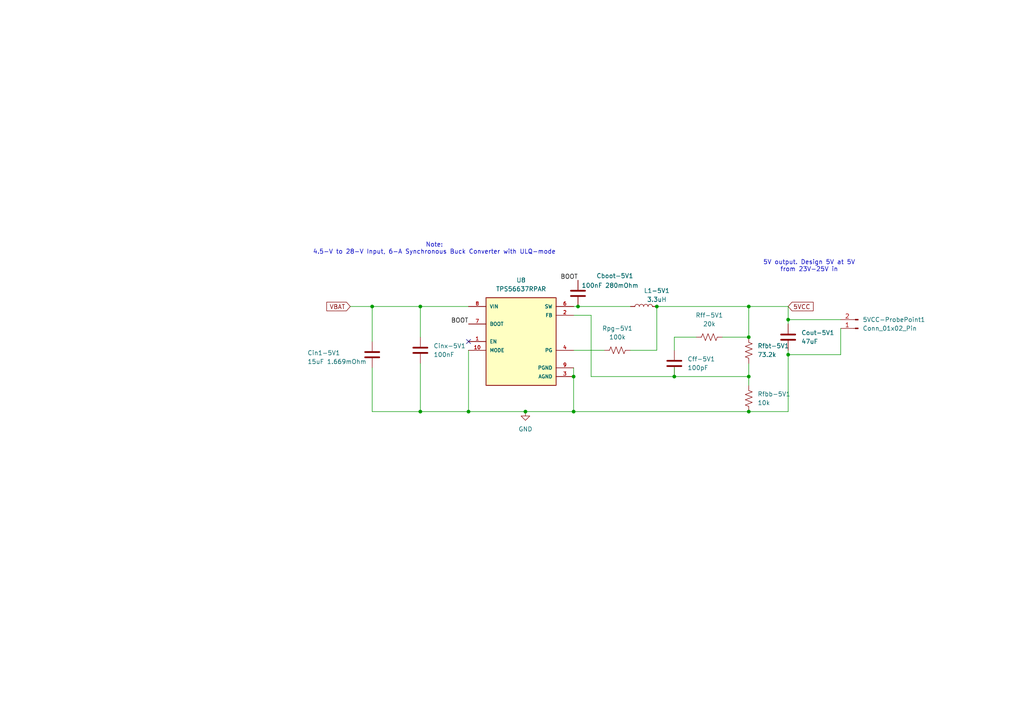
<source format=kicad_sch>
(kicad_sch (version 20250114) (generator "eeschema") (generator_version "9.0")
  (paper "A4")
  (lib_symbols
    (symbol "Connector:Conn_01x02_Pin" (pin_names (offset 1.016) (hide yes))
      (property "Reference" "J" (at 0 2.54 0))
      (property "Value" "Conn_01x02_Pin" (at 0 -5.08 0))
      (symbol "Conn_01x02_Pin_1_1"
        (rectangle (start 0.8636 0.127) (end 0 -0.127) (stroke (width 0.1524)) (fill (type outline)))
        (rectangle (start 0.8636 -2.413) (end 0 -2.667) (stroke (width 0.1524)) (fill (type outline)))
        (polyline (pts (xy 1.27 0) (xy 0.8636 0)) (stroke (width 0.1524)))
        (polyline (pts (xy 1.27 -2.54) (xy 0.8636 -2.54)) (stroke (width 0.1524)))
        (pin passive line (at 5.08 0 180) (length 3.81) (name "Pin_1") (number "1"))
        (pin passive line (at 5.08 -2.54 180) (length 3.81) (name "Pin_2") (number "2"))
      )
    )
    (symbol "Device:C" (pin_numbers (hide yes)) (pin_names (offset 0.254))
      (property "Reference" "C" (at 0.635 2.54 0))
      (property "Value" "C" (at 0.635 -2.54 0))
      (symbol "C_0_1"
        (polyline (pts (xy -2.032 0.762) (xy 2.032 0.762)) (stroke (width 0.508)))
        (polyline (pts (xy -2.032 -0.762) (xy 2.032 -0.762)) (stroke (width 0.508)))
      )
      (symbol "C_1_1"
        (pin passive line (at 0 3.81 270) (length 2.794) (name "~") (number "1"))
        (pin passive line (at 0 -3.81 90) (length 2.794) (name "~") (number "2"))
      )
    )
    (symbol "Device:L" (pin_numbers (hide yes)) (pin_names (offset 1.016) (hide yes))
      (property "Reference" "L" (at -1.27 0 90))
      (property "Value" "L" (at 1.905 0 90))
      (symbol "L_0_1"
        (arc (start 0 2.54) (mid 0.6323 1.905) (end 0 1.27))
        (arc (start 0 1.27) (mid 0.6323 0.635) (end 0 0))
        (arc (start 0 0) (mid 0.6323 -0.635) (end 0 -1.27))
        (arc (start 0 -1.27) (mid 0.6323 -1.905) (end 0 -2.54))
      )
      (symbol "L_1_1"
        (pin passive line (at 0 3.81 270) (length 1.27) (name "1") (number "1"))
        (pin passive line (at 0 -3.81 90) (length 1.27) (name "2") (number "2"))
      )
    )
    (symbol "Device:R_US" (pin_numbers (hide yes)) (pin_names (offset 0))
      (property "Reference" "R" (at 2.54 0 90))
      (property "Value" "R_US" (at -2.54 0 90))
      (symbol "R_US_0_1"
        (polyline (pts (xy 0 2.286) (xy 0 2.54)))
        (polyline (pts (xy 0 2.286) (xy 1.016 1.905) (xy 0 1.524) (xy -1.016 1.143) (xy 0 0.762)))
        (polyline (pts (xy 0 0.762) (xy 1.016 0.381) (xy 0 0) (xy -1.016 -0.381) (xy 0 -0.762)))
        (polyline (pts (xy 0 -0.762) (xy 1.016 -1.143) (xy 0 -1.524) (xy -1.016 -1.905) (xy 0 -2.286)))
        (polyline (pts (xy 0 -2.286) (xy 0 -2.54)))
      )
      (symbol "R_US_1_1"
        (pin passive line (at 0 3.81 270) (length 1.27) (name "~") (number "1"))
        (pin passive line (at 0 -3.81 90) (length 1.27) (name "~") (number "2"))
      )
    )
    (symbol "TPS56637RPAR:TPS56637RPAR" (pin_names (offset 1.016))
      (property "Reference" "U" (at -10.16 13.97 0))
      (property "Value" "TPS56637RPAR" (at -10.16 -13.97 0))
      (symbol "TPS56637RPAR_0_0"
        (rectangle (start -10.16 -12.7) (end 10.16 12.7) (stroke (width 0.254)) (fill (type background)))
        (pin input line (at -15.24 10.16 0) (length 5.08) (name "VIN") (number "8"))
        (pin input line (at -15.24 5.08 0) (length 5.08) (name "BOOT") (number "7"))
        (pin input line (at -15.24 0 0) (length 5.08) (name "EN") (number "1"))
        (pin input line (at -15.24 -2.54 0) (length 5.08) (name "MODE") (number "10"))
        (pin output line (at 15.24 10.16 180) (length 5.08) (name "SW") (number "6"))
        (pin input line (at 15.24 7.62 180) (length 5.08) (name "FB") (number "2"))
        (pin output line (at 15.24 -2.54 180) (length 5.08) (name "PG") (number "4"))
        (pin power_in line (at 15.24 -7.62 180) (length 5.08) (name "PGND") (number "9"))
        (pin power_in line (at 15.24 -10.16 180) (length 5.08) (name "AGND") (number "3"))
      )
    )
    (symbol "power:GND" (power) (pin_numbers (hide yes)) (pin_names (offset 0) (hide yes))
      (property "Value" "GND" (at 0 -3.81 0))
      (symbol "GND_0_1"
        (polyline (pts (xy 0 0) (xy 0 -1.27) (xy 1.27 -1.27) (xy 0 -2.54) (xy -1.27 -1.27) (xy 0 -1.27)))
      )
      (symbol "GND_1_1"
        (pin power_in line (at 0 0 270) (length 0) (name "~") (number "1"))
      )
    )
  )
  (text "Note:\n4.5-V to 28-V Input, 6-A Synchronous Buck Converter with ULQ-mode" (at 125.984 72.136 0) (effects (font (size 1.27 1.27))))
  (text "5V output. Design 5V at 5V\nfrom 23V-25V in" (at 234.696 77.216 0) (effects (font (size 1.27 1.27))))
  (junction (at 217.17 88.9))
  (junction (at 217.17 119.38))
  (junction (at 166.37 109.22))
  (junction (at 195.58 109.22))
  (junction (at 121.92 88.9))
  (junction (at 217.17 97.79))
  (junction (at 107.95 88.9))
  (junction (at 121.92 119.38))
  (junction (at 217.17 109.22))
  (junction (at 166.37 119.38))
  (junction (at 228.6 92.71))
  (junction (at 135.89 119.38))
  (junction (at 228.6 102.87))
  (junction (at 190.5 88.9))
  (junction (at 152.4 119.38))
  (junction (at 167.64 88.9))
  (no_connect (at 135.89 99.06))
  (wire (pts (xy 228.6 92.71) (xy 228.6 88.9)))
  (wire (pts (xy 190.5 88.9) (xy 217.17 88.9)))
  (wire (pts (xy 228.6 92.71) (xy 243.84 92.71)))
  (wire (pts (xy 107.95 88.9) (xy 121.92 88.9)))
  (wire (pts (xy 167.64 88.9) (xy 182.88 88.9)))
  (wire (pts (xy 166.37 101.6) (xy 175.26 101.6)))
  (wire (pts (xy 195.58 97.79) (xy 195.58 101.6)))
  (wire (pts (xy 121.92 88.9) (xy 121.92 97.79)))
  (wire (pts (xy 171.45 109.22) (xy 195.58 109.22)))
  (wire (pts (xy 228.6 119.38) (xy 217.17 119.38)))
  (wire (pts (xy 101.6 88.9) (xy 107.95 88.9)))
  (wire (pts (xy 121.92 88.9) (xy 135.89 88.9)))
  (wire (pts (xy 121.92 105.41) (xy 121.92 119.38)))
  (wire (pts (xy 107.95 106.68) (xy 107.95 119.38)))
  (wire (pts (xy 209.55 97.79) (xy 217.17 97.79)))
  (wire (pts (xy 107.95 99.06) (xy 107.95 88.9)))
  (wire (pts (xy 217.17 105.41) (xy 217.17 109.22)))
  (wire (pts (xy 135.89 101.6) (xy 135.89 119.38)))
  (wire (pts (xy 243.84 102.87) (xy 228.6 102.87)))
  (wire (pts (xy 228.6 102.87) (xy 228.6 119.38)))
  (wire (pts (xy 135.89 119.38) (xy 152.4 119.38)))
  (wire (pts (xy 228.6 101.6) (xy 228.6 102.87)))
  (wire (pts (xy 190.5 88.9) (xy 190.5 101.6)))
  (wire (pts (xy 171.45 91.44) (xy 171.45 109.22)))
  (wire (pts (xy 201.93 97.79) (xy 195.58 97.79)))
  (wire (pts (xy 228.6 93.98) (xy 228.6 92.71)))
  (wire (pts (xy 166.37 106.68) (xy 166.37 109.22)))
  (wire (pts (xy 166.37 119.38) (xy 166.37 109.22)))
  (wire (pts (xy 182.88 101.6) (xy 190.5 101.6)))
  (wire (pts (xy 228.6 88.9) (xy 217.17 88.9)))
  (wire (pts (xy 121.92 119.38) (xy 135.89 119.38)))
  (wire (pts (xy 107.95 119.38) (xy 121.92 119.38)))
  (wire (pts (xy 217.17 109.22) (xy 217.17 111.76)))
  (wire (pts (xy 166.37 91.44) (xy 171.45 91.44)))
  (wire (pts (xy 217.17 119.38) (xy 166.37 119.38)))
  (wire (pts (xy 166.37 88.9) (xy 167.64 88.9)))
  (wire (pts (xy 152.4 119.38) (xy 166.37 119.38)))
  (wire (pts (xy 217.17 88.9) (xy 217.17 97.79)))
  (wire (pts (xy 243.84 95.25) (xy 243.84 102.87)))
  (wire (pts (xy 195.58 109.22) (xy 195.58 106.68)))
  (wire (pts (xy 195.58 109.22) (xy 217.17 109.22)))
  (label "BOOT" (at 135.89 93.98 180))
  (label "BOOT" (at 167.64 81.28 180))
  (global_label "VBAT" (shape input) (at 101.6 88.9 180) (property "Intersheetrefs" "${INTERSHEET_REFS}" (effects (hide yes))))
  (global_label "5VCC" (shape input) (at 228.6 88.9 0) (property "Intersheetrefs" "${INTERSHEET_REFS}" (effects (hide yes))))
  (symbol (lib_id "Device:R_US") (at 217.17 101.6 0) (unit 1)
    (property "Reference" "Rfbt-5V1" (at 219.71 100.3299 0) (effects (justify left)))
    (property "Value" "73.2k" (at 219.71 102.8699 0) (effects (justify left)))
    (property "Footprint" "Resistor_SMD:R_0805_2012Metric_Pad1.20x1.40mm_HandSolder" (effects (hide yes)))
    (property "Description" "Resistor, US symbol" (effects (hide yes)))
  )
  (symbol (lib_id "TPS56637RPAR:TPS56637RPAR") (at 151.13 99.06 0) (unit 1)
    (property "Reference" "U8" (at 151.13 81.28 0))
    (property "Value" "TPS56637RPAR" (at 151.13 83.82 0))
    (property "Footprint" "TPS56637RPAR:CONV_TPS56637RPAR" (effects (hide yes)))
    (property "MF" "Texas Instruments" (effects (hide yes)))
    (property "MAXIMUM_PACKAGE_HEIGHT" "1.0mm" (effects (hide yes)))
    (property "Package" "VQFN-HR-10 Texas Instruments" (effects (hide yes)))
    (property "Price" "None" (effects (hide yes)))
    (property "Check_prices" "https://www.snapeda.com/parts/TPS56637RPAR/Texas+Instruments/view-part/?ref=eda" (effects (hide yes)))
    (property "STANDARD" "Manufacturer recommendations" (effects (hide yes)))
    (property "PARTREV" "A" (effects (hide yes)))
    (property "SnapEDA_Link" "https://www.snapeda.com/parts/TPS56637RPAR/Texas+Instruments/view-part/?ref=snap" (effects (hide yes)))
    (property "MP" "TPS56637RPAR" (effects (hide yes)))
    (property "Description_1" "4.5-V to 28-V, 6-A synchronous buck converter with ULQ-Mode" (effects (hide yes)))
    (property "Availability" "In Stock" (effects (hide yes)))
    (property "MANUFACTURER" "Texas Instruments" (effects (hide yes)))
  )
  (symbol (lib_id "power:GND") (at 152.4 119.38 0) (unit 1)
    (property "Reference" "#PWR036" (effects (hide yes)))
    (property "Value" "GND" (at 152.4 124.46 0))
    (property "Description" "Power symbol creates a global label with name \"GND\" , ground" (effects (hide yes)))
  )
  (symbol (lib_id "Device:C") (at 121.92 101.6 0) (unit 1)
    (property "Reference" "Cinx-5V1" (at 125.73 100.3299 0) (effects (justify left)))
    (property "Value" "100nF" (at 125.73 102.8699 0) (effects (justify left)))
    (property "Footprint" "Capacitor_SMD:C_0805_2012Metric_Pad1.18x1.45mm_HandSolder" (effects (hide yes)))
    (property "Description" "Unpolarized capacitor" (effects (hide yes)))
  )
  (symbol (lib_id "Device:R_US") (at 217.17 115.57 0) (unit 1)
    (property "Reference" "Rfbb-5V1" (at 219.71 114.2999 0) (effects (justify left)))
    (property "Value" "10k" (at 219.71 116.8399 0) (effects (justify left)))
    (property "Footprint" "Capacitor_SMD:C_0603_1608Metric_Pad1.08x0.95mm_HandSolder" (effects (hide yes)))
    (property "Description" "Resistor, US symbol" (effects (hide yes)))
  )
  (symbol (lib_id "Device:C") (at 167.64 85.09 180) (unit 1)
    (property "Reference" "Cboot-5V1" (at 172.974 80.01 0) (effects (justify right)))
    (property "Value" "100nF 280mOhm" (at 168.656 82.804 0) (effects (justify right)))
    (property "Footprint" "Capacitor_SMD:C_0805_2012Metric_Pad1.18x1.45mm_HandSolder" (effects (hide yes)))
    (property "Description" "Unpolarized capacitor" (effects (hide yes)))
  )
  (symbol (lib_id "Device:L") (at 186.69 88.9 90) (unit 1)
    (property "Reference" "L1-5V1" (at 190.5 84.328 90))
    (property "Value" "3.3uH" (at 190.5 86.868 90))
    (property "Footprint" "IHLP3232DZER330M11:IHLP3232DZER330M11" (effects (hide yes)))
    (property "Description" "Inductor" (effects (hide yes)))
  )
  (symbol (lib_id "Device:C") (at 195.58 105.41 0) (unit 1)
    (property "Reference" "Cff-5V1" (at 199.39 104.1399 0) (effects (justify left)))
    (property "Value" "100pF" (at 199.39 106.6799 0) (effects (justify left)))
    (property "Footprint" "Capacitor_SMD:C_0805_2012Metric_Pad1.18x1.45mm_HandSolder" (effects (hide yes)))
    (property "Description" "Unpolarized capacitor" (effects (hide yes)))
  )
  (symbol (lib_id "Device:R_US") (at 205.74 97.79 270) (unit 1)
    (property "Reference" "Rff-5V1" (at 205.74 91.44 90))
    (property "Value" "20k" (at 205.74 93.98 90))
    (property "Footprint" "Resistor_SMD:R_0805_2012Metric_Pad1.20x1.40mm_HandSolder" (effects (hide yes)))
    (property "Description" "Resistor, US symbol" (effects (hide yes)))
  )
  (symbol (lib_id "Device:C") (at 107.95 102.87 0) (unit 1)
    (property "Reference" "Cin1-5V1" (at 89.154 102.362 0) (effects (justify left)))
    (property "Value" "15uF 1.669mOhm" (at 89.154 104.902 0) (effects (justify left)))
    (property "Footprint" "Capacitor_SMD:C_0805_2012Metric_Pad1.18x1.45mm_HandSolder" (effects (hide yes)))
    (property "Description" "Unpolarized capacitor" (effects (hide yes)))
  )
  (symbol (lib_id "Connector:Conn_01x02_Pin") (at 248.92 95.25 180) (unit 1)
    (property "Reference" "5VCC-ProbePoint1" (at 250.19 92.7099 0) (effects (justify right)))
    (property "Value" "Conn_01x02_Pin" (at 250.19 95.2499 0) (effects (justify right)))
    (property "Footprint" "Connector_PinHeader_2.54mm:PinHeader_1x02_P2.54mm_Vertical" (effects (hide yes)))
    (property "Description" "Generic connector, single row, 01x02, script generated" (effects (hide yes)))
  )
  (symbol (lib_id "Device:R_US") (at 179.07 101.6 270) (unit 1)
    (property "Reference" "Rpg-5V1" (at 179.07 95.25 90))
    (property "Value" "100k" (at 179.07 97.79 90))
    (property "Footprint" "Resistor_SMD:R_0805_2012Metric_Pad1.20x1.40mm_HandSolder" (effects (hide yes)))
    (property "Description" "Resistor, US symbol" (effects (hide yes)))
  )
  (symbol (lib_id "Device:C") (at 228.6 97.79 180) (unit 1)
    (property "Reference" "Cout-5V1" (at 232.41 96.5199 0) (effects (justify right)))
    (property "Value" "47uF" (at 232.41 99.0599 0) (effects (justify right)))
    (property "Footprint" "Capacitor_SMD:C_1210_3225Metric_Pad1.33x2.70mm_HandSolder" (effects (hide yes)))
    (property "Description" "Unpolarized capacitor" (effects (hide yes)))
  )
)
</source>
